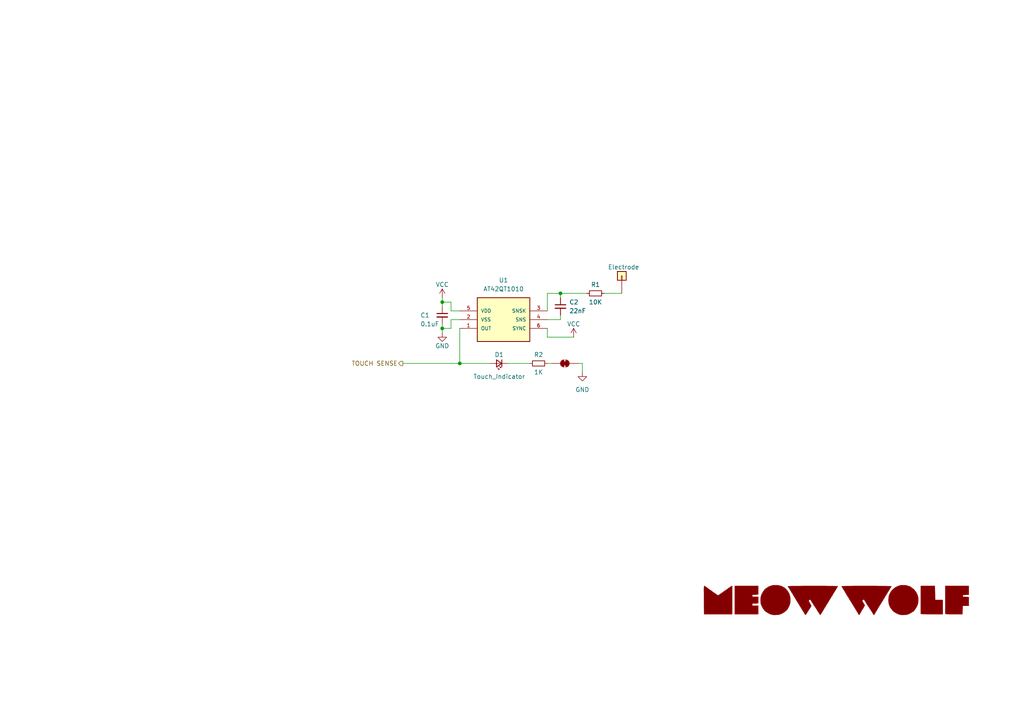
<source format=kicad_sch>
(kicad_sch (version 20230121) (generator eeschema)
  (paper "A4")
  (title_block (title "Touch Sensor") (date "2024-11-16") (rev "v0.1") (company "Meow Wolf") (comment 1 "Daniel Bornhorst"))
  (lib_symbols
    (symbol "0_logo:MeowWolf_Logo_Horizontal" (pin_names (offset 1.016))
      (symbol "MeowWolf_Logo_Horizontal_0_0"
        (polyline (pts (xy 30.861 -0.0254) (xy 28.6512 -0.0254) (xy 28.6258 2.0066) (xy 28.575 4.0386) (xy 24.511 4.0386) (xy 24.511 -3.9878) (xy 24.5364 -4.064) (xy 24.638 -4.0894) (xy 24.892 -4.0894) (xy 25.273 -4.1148) (xy 25.7556 -4.1148) (xy 26.3398 -4.1402) (xy 30.861 -4.1402) (xy 30.861 -0.0254)) (stroke (width 0.0254)) (fill (type outline)))
        (polyline (pts (xy 36.6014 -2.921) (xy 36.6268 -1.7272) (xy 38.4048 -1.7272) (xy 38.4048 0.8128) (xy 37.5412 0.8636) (xy 36.703 0.889) (xy 36.703 1.397) (xy 37.5412 1.4478) (xy 38.4048 1.4986) (xy 38.4048 4.0386) (xy 31.623 4.0386) (xy 31.623 -3.9878) (xy 31.6484 -4.064) (xy 31.7754 -4.0894) (xy 32.0548 -4.1148) (xy 32.4358 -4.1148) (xy 32.9184 -4.1402) (xy 36.576 -4.1402) (xy 36.6014 -2.921)) (stroke (width 0.0254)) (fill (type outline)))
        (polyline (pts (xy -22.6568 -1.6764) (xy -24.3586 -1.6764) (xy -24.3586 -1.3716) (xy -24.3332 -1.0414) (xy -23.0886 -1.0414) (xy -22.86 -1.016) (xy -22.733 -0.9906) (xy -22.7076 -0.9398) (xy -22.6822 -0.7366) (xy -22.6568 -0.4318) (xy -22.6568 0.889) (xy -24.3586 0.889) (xy -24.3586 1.1938) (xy -24.3332 1.4986) (xy -23.495 1.524) (xy -22.6568 1.5748) (xy -22.6568 4.0386) (xy -29.4386 4.0386) (xy -29.4386 -4.1402) (xy -22.6568 -4.1402) (xy -22.6568 -1.6764)) (stroke (width 0.0254)) (fill (type outline)))
        (polyline (pts (xy -30.226 4.064) (xy -30.48 3.937) (xy -31.0896 3.5306) (xy -31.3436 3.3528) (xy -31.5214 3.2004) (xy -31.5722 3.1242) (xy -31.5976 3.0988) (xy -31.6992 3.048) (xy -31.8008 3.0226) (xy -31.9786 2.8956) (xy -32.0802 2.7686) (xy -32.1818 2.7178) (xy -32.258 2.6924) (xy -32.4104 2.5908) (xy -32.6644 2.413) (xy -33.2232 2.0066) (xy -33.3248 1.9304) (xy -33.528 1.8288) (xy -33.655 1.7018) (xy -33.782 1.6002) (xy -33.909 1.524) (xy -33.9852 1.4986) (xy -34.1376 1.397) (xy -34.2392 1.3208) (xy -34.3408 1.3208) (xy -34.5186 1.4224) (xy -34.7218 1.5494) (xy -34.8996 1.6764) (xy -35.0266 1.7526) (xy -35.2044 1.905) (xy -35.3314 1.9812) (xy -35.433 2.0574) (xy -35.56 2.1336) (xy -35.7632 2.2606) (xy -36.0172 2.4638) (xy -36.1188 2.54) (xy -36.3474 2.7178) (xy -36.5506 2.8448) (xy -36.6522 2.8956) (xy -36.8808 3.048) (xy -37.0078 3.175) (xy -37.1602 3.2258) (xy -37.211 3.2512) (xy -37.211 3.3528) (xy -37.2872 3.4036) (xy -37.3888 3.429) (xy -37.5412 3.556) (xy -37.6682 3.683) (xy -37.9222 3.7846) (xy -38.0492 3.9116) (xy -38.1508 3.9878) (xy -38.227 4.064) (xy -38.3032 4.0386) (xy -38.354 3.937) (xy -38.3794 3.7338) (xy -38.3794 3.4036) (xy -38.4048 2.9464) (xy -38.3794 2.3114) (xy -38.3794 -1.778) (xy -38.354 -4.1402) (xy -30.226 -4.1402) (xy -30.226 4.064)) (stroke (width 0.0254)) (fill (type outline)))
        (polyline (pts (xy -17.2974 -4.3434) (xy -16.9418 -4.318) (xy -16.6624 -4.2926) (xy -16.5608 -4.2672) (xy -16.256 -4.1656) (xy -15.9004 -4.0132) (xy -15.5702 -3.8608) (xy -15.3162 -3.7084) (xy -15.1638 -3.5814) (xy -15.0876 -3.5052) (xy -14.8844 -3.4036) (xy -14.7066 -3.2512) (xy -14.1732 -2.7178) (xy -14.1478 -2.667) (xy -14.1478 -2.6416) (xy -14.0716 -2.5146) (xy -13.97 -2.3114) (xy -13.9446 -2.286) (xy -13.7922 -2.032) (xy -13.6652 -1.7526) (xy -13.5636 -1.4986) (xy -13.5128 -1.3462) (xy -13.4874 -1.2192) (xy -13.4112 -1.016) (xy -13.3858 -0.7874) (xy -13.3604 -0.4572) (xy -13.335 -0.0508) (xy -13.335 0.3302) (xy -13.3604 0.635) (xy -13.3858 0.8382) (xy -13.462 1.0414) (xy -13.5128 1.2954) (xy -13.5636 1.524) (xy -13.6398 1.6764) (xy -13.6906 1.7272) (xy -13.6652 1.778) (xy -13.6652 1.8288) (xy -13.8176 2.032) (xy -13.8684 2.1336) (xy -13.9192 2.2606) (xy -14.0462 2.4638) (xy -14.2494 2.7432) (xy -14.478 2.9972) (xy -14.732 3.2512) (xy -14.9606 3.4544) (xy -15.113 3.5814) (xy -15.24 3.6322) (xy -15.4178 3.7338) (xy -15.5702 3.81) (xy -15.9512 4.0132) (xy -16.4338 4.1402) (xy -17.0434 4.2418) (xy -17.526 4.2672) (xy -18.0848 4.2672) (xy -18.5928 4.191) (xy -18.9992 4.064) (xy -19.0246 4.064) (xy -19.2024 3.9878) (xy -19.3294 3.937) (xy -19.431 3.9116) (xy -19.5326 3.8608) (xy -19.5834 3.8608) (xy -19.7358 3.7592) (xy -19.939 3.6322) (xy -20.447 3.2766) (xy -20.6502 3.1242) (xy -20.7772 3.0226) (xy -20.8026 2.9718) (xy -20.8026 2.9464) (xy -20.8788 2.8448) (xy -21.0058 2.667) (xy -21.1328 2.54) (xy -21.2852 2.3114) (xy -21.59 1.7526) (xy -21.717 1.524) (xy -21.7932 1.3462) (xy -21.7932 1.27) (xy -21.9202 0.762) (xy -21.971 0.4064) (xy -21.971 -0.4826) (xy -21.9202 -0.9144) (xy -21.8694 -1.2192) (xy -21.8186 -1.3208) (xy -21.6662 -1.7272) (xy -21.463 -2.1336) (xy -21.2344 -2.54) (xy -20.9804 -2.8956) (xy -20.7264 -3.175) (xy -20.4978 -3.3782) (xy -20.3454 -3.4544) (xy -20.2692 -3.4798) (xy -20.1422 -3.6068) (xy -19.9898 -3.7084) (xy -19.7612 -3.8354) (xy -19.4818 -3.9878) (xy -19.2278 -4.1148) (xy -19.05 -4.1656) (xy -18.9738 -4.191) (xy -18.796 -4.2418) (xy -18.7198 -4.2672) (xy -18.4912 -4.318) (xy -18.415 -4.3434) (xy -18.1102 -4.3688) (xy -17.7038 -4.3688) (xy -17.2974 -4.3434)) (stroke (width 0.0254)) (fill (type outline)))
        (polyline (pts (xy 19.8882 -4.3434) (xy 20.2184 -4.318) (xy 20.447 -4.2926) (xy 20.574 -4.2672) (xy 20.6502 -4.2164) (xy 20.8026 -4.1656) (xy 20.828 -4.1656) (xy 21.0312 -4.0894) (xy 21.2852 -3.9624) (xy 21.5646 -3.8354) (xy 21.7932 -3.683) (xy 21.9202 -3.5814) (xy 21.9964 -3.5052) (xy 22.1234 -3.4544) (xy 22.1996 -3.429) (xy 22.4028 -3.302) (xy 22.6314 -3.048) (xy 22.86 -2.7178) (xy 23.114 -2.3368) (xy 23.3426 -1.9304) (xy 23.5204 -1.524) (xy 23.6474 -1.1684) (xy 23.6982 -0.8636) (xy 23.7236 -0.4826) (xy 23.749 -0.0762) (xy 23.749 0.3048) (xy 23.7236 0.635) (xy 23.6982 0.8382) (xy 23.6474 0.9906) (xy 23.5966 1.2446) (xy 23.5712 1.3208) (xy 23.4442 1.651) (xy 23.241 2.032) (xy 23.0378 2.3876) (xy 22.8092 2.667) (xy 22.6822 2.794) (xy 22.5806 2.921) (xy 22.5552 2.9718) (xy 22.5552 2.9972) (xy 22.4536 3.0988) (xy 22.2504 3.2512) (xy 21.9456 3.4544) (xy 21.59 3.7084) (xy 21.5646 3.7592) (xy 21.336 3.8862) (xy 21.1836 3.937) (xy 21.0058 3.9878) (xy 20.7772 4.064) (xy 20.6502 4.1148) (xy 20.2946 4.191) (xy 19.8628 4.2418) (xy 19.4056 4.2672) (xy 18.9992 4.2672) (xy 18.6436 4.2418) (xy 18.415 4.1656) (xy 18.3642 4.1402) (xy 18.1864 4.1148) (xy 18.1864 4.0894) (xy 18.0086 4.0386) (xy 17.7546 3.937) (xy 17.4244 3.7846) (xy 17.0942 3.6068) (xy 17.0688 3.6068) (xy 16.9164 3.4798) (xy 16.7132 3.302) (xy 16.4592 3.0734) (xy 16.2052 2.8194) (xy 16.002 2.5908) (xy 15.8496 2.413) (xy 15.7734 2.3114) (xy 15.748 2.2098) (xy 15.621 2.032) (xy 15.5194 1.8288) (xy 15.4686 1.7018) (xy 15.4432 1.6256) (xy 15.367 1.4478) (xy 15.3162 1.3716) (xy 15.2654 1.1938) (xy 15.24 1.016) (xy 15.1892 0.762) (xy 15.1384 0.4064) (xy 15.113 -0.0508) (xy 15.1384 -0.508) (xy 15.1892 -0.889) (xy 15.1892 -0.9144) (xy 15.24 -1.1684) (xy 15.2908 -1.3462) (xy 15.3416 -1.4732) (xy 15.3924 -1.6256) (xy 15.4686 -1.8034) (xy 15.494 -1.905) (xy 15.5194 -1.9812) (xy 15.621 -2.159) (xy 15.7988 -2.413) (xy 16.002 -2.6924) (xy 16.2306 -2.9718) (xy 16.4592 -3.2258) (xy 16.637 -3.4036) (xy 16.7894 -3.4798) (xy 16.9418 -3.5814) (xy 16.9672 -3.6322) (xy 17.1958 -3.7592) (xy 17.4752 -3.9116) (xy 17.8054 -4.064) (xy 18.1102 -4.191) (xy 18.3642 -4.2672) (xy 18.3896 -4.2672) (xy 18.6944 -4.3434) (xy 18.7452 -4.3688) (xy 19.5326 -4.3688) (xy 19.8882 -4.3434)) (stroke (width 0.0254)) (fill (type outline)))
        (polyline (pts (xy -4.572 -4.2926) (xy -4.5466 -4.2164) (xy -4.445 -4.0386) (xy -4.191 -3.6576) (xy -4.064 -3.4544) (xy -4.0132 -3.3782) (xy -4.0132 -3.3274) (xy -3.7592 -2.9464) (xy -3.683 -2.794) (xy -3.556 -2.6162) (xy -3.5052 -2.54) (xy -3.5052 -2.4892) (xy -3.4036 -2.3114) (xy -3.2512 -2.1082) (xy -3.1242 -1.905) (xy -2.9464 -1.6002) (xy -2.8194 -1.397) (xy -2.7432 -1.27) (xy -2.6924 -1.1684) (xy -2.5654 -0.9652) (xy -2.413 -0.7366) (xy -2.286 -0.5588) (xy -2.1844 -0.381) (xy -2.159 -0.3302) (xy -2.159 -0.2794) (xy -1.905 0.1016) (xy -1.778 0.3048) (xy -1.6764 0.4572) (xy -1.651 0.5334) (xy -1.651 0.5588) (xy -1.397 0.9398) (xy -1.27 1.143) (xy -1.143 1.3208) (xy -1.016 1.5748) (xy -0.889 1.778) (xy -0.7112 2.0828) (xy -0.635 2.1844) (xy -0.4572 2.4384) (xy -0.3556 2.6416) (xy -0.3048 2.7178) (xy -0.2794 2.7686) (xy -0.1778 2.921) (xy -0.0508 3.1496) (xy 0.0508 3.302) (xy 0.1524 3.4798) (xy 0.1778 3.5814) (xy 0.2032 3.6322) (xy 0.3048 3.7338) (xy 0.3556 3.81) (xy 0.4318 3.937) (xy 0.381 3.9624) (xy 0.2286 3.9624) (xy -0.0254 3.9878) (xy -0.4064 3.9878) (xy -0.9144 4.0132) (xy -2.286 4.0132) (xy -3.2004 4.0386) (xy -9.6774 4.0386) (xy -10.6172 4.0132) (xy -12.827 4.0132) (xy -13.3604 3.9878) (xy -13.97 3.9878) (xy -14.0462 3.9624) (xy -14.0208 3.8862) (xy -13.9192 3.7084) (xy -13.7668 3.4798) (xy -13.6398 3.2766) (xy -13.5382 3.1242) (xy -13.4112 2.8702) (xy -13.2588 2.6416) (xy -13.1318 2.4638) (xy -13.0302 2.286) (xy -13.0048 2.1844) (xy -12.9794 2.1336) (xy -12.8778 2.0066) (xy -12.7508 1.8796) (xy -12.7 1.7526) (xy -12.6746 1.6764) (xy -12.573 1.5494) (xy -12.5222 1.4732) (xy -12.4968 1.3462) (xy -12.4714 1.27) (xy -12.3698 1.2192) (xy -12.2682 1.0414) (xy -12.2428 0.9652) (xy -12.0904 0.7366) (xy -11.9126 0.4572) (xy -11.8364 0.3302) (xy -11.7348 0.1524) (xy -11.6586 0) (xy -11.557 -0.1778) (xy -11.4046 -0.4064) (xy -11.2776 -0.5842) (xy -11.176 -0.762) (xy -11.1506 -0.8636) (xy -11.1252 -0.9144) (xy -11.0236 -1.0414) (xy -10.8966 -1.1684) (xy -10.8458 -1.2954) (xy -10.8204 -1.3716) (xy -10.7188 -1.4986) (xy -10.6426 -1.5748) (xy -10.6426 -1.7018) (xy -10.6172 -1.778) (xy -10.5156 -1.8288) (xy -10.414 -2.0066) (xy -10.3632 -2.0828) (xy -10.2362 -2.3114) (xy -10.0584 -2.5908) (xy -9.9822 -2.7178) (xy -9.8806 -2.8956) (xy -9.8044 -3.048) (xy -9.6774 -3.2258) (xy -9.525 -3.4544) (xy -9.398 -3.6576) (xy -9.2964 -3.8354) (xy -9.2456 -3.9116) (xy -9.2202 -3.9878) (xy -9.1186 -4.1402) (xy -8.9916 -4.3434) (xy -8.763 -4.1402) (xy -8.6106 -3.9878) (xy -8.5852 -3.9116) (xy -8.5852 -3.8862) (xy -8.509 -3.7338) (xy -8.3566 -3.5052) (xy -8.1534 -3.175) (xy -7.9248 -2.8194) (xy -7.6454 -2.413) (xy -7.4422 -2.1082) (xy -7.3406 -1.8796) (xy -7.2898 -1.7018) (xy -7.3152 -1.5748) (xy -7.3914 -1.4224) (xy -7.5184 -1.27) (xy -7.5692 -1.1684) (xy -7.62 -1.0414) (xy -7.6454 -1.016) (xy -7.7216 -0.8636) (xy -7.8486 -0.635) (xy -7.8994 -0.5588) (xy -8.001 -0.381) (xy -8.0518 -0.2794) (xy -8.0264 -0.2286) (xy -7.9502 -0.1016) (xy -7.7978 0.0508) (xy -7.6454 0.1016) (xy -7.5946 0.0762) (xy -7.4676 -0.0508) (xy -7.3152 -0.254) (xy -7.1882 -0.4572) (xy -7.1374 -0.6096) (xy -7.0612 -0.7112) (xy -6.9342 -0.889) (xy -6.9088 -0.9144) (xy -6.7818 -1.0668) (xy -6.5786 -1.4732) (xy -6.4262 -1.7018) (xy -6.2738 -1.905) (xy -6.1468 -2.0574) (xy -6.0706 -2.1336) (xy -6.0452 -2.1844) (xy -6.0452 -2.2352) (xy -5.7912 -2.6162) (xy -5.6642 -2.8194) (xy -5.5626 -2.9718) (xy -5.5626 -3.048) (xy -5.5372 -3.0988) (xy -5.4356 -3.2258) (xy -5.3848 -3.2766) (xy -5.2324 -3.4798) (xy -5.08 -3.7592) (xy -4.8768 -4.064) (xy -4.7498 -4.2418) (xy -4.7498 -4.2672) (xy -4.6482 -4.3434) (xy -4.572 -4.2926)) (stroke (width 0.0254)) (fill (type outline)))
        (polyline (pts (xy 11.049 -4.1656) (xy 11.0744 -4.1402) (xy 11.176 -3.9624) (xy 11.2268 -3.8862) (xy 11.2268 -3.8354) (xy 11.4808 -3.4544) (xy 11.557 -3.302) (xy 11.684 -3.1242) (xy 11.7348 -3.048) (xy 11.7348 -2.9972) (xy 11.8364 -2.8194) (xy 11.9888 -2.6162) (xy 12.065 -2.4638) (xy 12.192 -2.286) (xy 12.2174 -2.1844) (xy 12.2428 -2.159) (xy 12.319 -2.032) (xy 12.446 -1.8288) (xy 12.6238 -1.5494) (xy 12.7 -1.4224) (xy 12.8778 -1.1684) (xy 12.9794 -0.9652) (xy 13.0302 -0.889) (xy 13.0556 -0.8128) (xy 13.1826 -0.635) (xy 13.335 -0.4064) (xy 13.462 -0.2032) (xy 13.5636 -0.0508) (xy 13.589 0) (xy 13.589 0.0508) (xy 13.843 0.4318) (xy 13.97 0.635) (xy 14.0716 0.7874) (xy 14.097 0.8636) (xy 14.097 0.889) (xy 14.1986 1.0414) (xy 14.3256 1.27) (xy 14.4526 1.4224) (xy 14.5796 1.651) (xy 14.6812 1.778) (xy 14.7066 1.8542) (xy 14.8082 2.032) (xy 14.9606 2.286) (xy 15.1892 2.6416) (xy 15.2908 2.794) (xy 15.3924 2.9718) (xy 15.4432 3.048) (xy 15.4686 3.0988) (xy 15.5702 3.2766) (xy 15.6972 3.4798) (xy 15.7988 3.6322) (xy 15.9004 3.8354) (xy 15.9512 3.9624) (xy 15.8242 3.9624) (xy 15.5194 3.9878) (xy 15.0368 3.9878) (xy 14.4018 4.0132) (xy 12.6238 4.0132) (xy 11.5062 4.0386) (xy 5.1562 4.0386) (xy 4.2418 4.0132) (xy 2.8448 4.0132) (xy 2.3622 3.9878) (xy 1.9812 3.9878) (xy 1.7272 3.9624) (xy 1.5748 3.9624) (xy 1.524 3.937) (xy 1.5494 3.8608) (xy 1.651 3.7338) (xy 1.7272 3.6576) (xy 1.778 3.556) (xy 1.778 3.5306) (xy 1.8542 3.3782) (xy 1.9812 3.1496) (xy 2.1844 2.8702) (xy 2.413 2.4892) (xy 2.54 2.3114) (xy 2.5908 2.2098) (xy 2.5908 2.159) (xy 2.6924 2.0066) (xy 2.8194 1.778) (xy 2.921 1.651) (xy 3.0226 1.4732) (xy 3.0734 1.3208) (xy 3.3274 0.9398) (xy 3.4798 0.7366) (xy 3.5814 0.5588) (xy 3.6322 0.4826) (xy 3.7338 0.2794) (xy 3.8608 0.0762) (xy 3.937 -0.0254) (xy 4.0894 -0.3048) (xy 4.2164 -0.508) (xy 4.318 -0.6858) (xy 4.4196 -0.762) (xy 4.445 -0.762) (xy 4.445 -0.889) (xy 4.5212 -1.016) (xy 4.5974 -1.0668) (xy 4.6482 -1.2192) (xy 4.699 -1.3208) (xy 4.826 -1.4732) (xy 4.9276 -1.5748) (xy 4.9784 -1.7272) (xy 5.0546 -1.8796) (xy 5.207 -2.1082) (xy 5.334 -2.3114) (xy 5.461 -2.4892) (xy 5.5118 -2.5654) (xy 5.5118 -2.6162) (xy 5.588 -2.7686) (xy 5.7404 -2.9718) (xy 5.7912 -3.0734) (xy 5.969 -3.3528) (xy 6.096 -3.556) (xy 6.1976 -3.7338) (xy 6.2738 -3.81) (xy 6.2992 -3.81) (xy 6.2992 -3.937) (xy 6.4008 -4.064) (xy 6.4516 -4.1148) (xy 6.5278 -4.2926) (xy 6.5278 -4.3434) (xy 6.5532 -4.3688) (xy 6.6802 -4.2672) (xy 6.8072 -4.1402) (xy 6.858 -4.0386) (xy 6.858 -3.9878) (xy 6.9596 -3.8354) (xy 7.0866 -3.6068) (xy 7.1628 -3.4798) (xy 7.2644 -3.302) (xy 7.2898 -3.2258) (xy 7.3152 -3.175) (xy 7.4168 -2.9972) (xy 7.5692 -2.794) (xy 7.6962 -2.5908) (xy 7.8232 -2.413) (xy 7.874 -2.3114) (xy 7.874 -2.286) (xy 7.9502 -2.159) (xy 8.0772 -1.9304) (xy 8.128 -1.8288) (xy 8.2296 -1.651) (xy 8.2296 -1.5494) (xy 8.1534 -1.4478) (xy 8.1534 -1.397) (xy 8.0518 -1.2192) (xy 7.9248 -1.016) (xy 7.7216 -0.6604) (xy 7.6708 -0.5588) (xy 7.6708 -0.508) (xy 7.493 -0.3302) (xy 7.5184 -0.2286) (xy 7.6708 -0.0508) (xy 7.7216 -0.0254) (xy 7.8486 0.1016) (xy 7.9502 0.127) (xy 8.0518 0.0508) (xy 8.1534 -0.0762) (xy 8.2042 -0.2032) (xy 8.255 -0.3048) (xy 8.382 -0.4572) (xy 8.4836 -0.5588) (xy 8.509 -0.635) (xy 8.509 -0.6604) (xy 8.5598 -0.762) (xy 8.6868 -0.9652) (xy 8.8646 -1.27) (xy 9.0932 -1.6002) (xy 9.144 -1.6764) (xy 9.3726 -2.032) (xy 9.5758 -2.3114) (xy 9.7282 -2.6162) (xy 9.779 -2.6924) (xy 9.906 -2.8194) (xy 10.0076 -2.9464) (xy 10.033 -3.048) (xy 10.0584 -3.1242) (xy 10.16 -3.2512) (xy 10.2616 -3.3528) (xy 10.3378 -3.4544) (xy 10.3632 -3.5306) (xy 10.4648 -3.7338) (xy 10.6172 -3.9624) (xy 10.8966 -4.3942) (xy 11.049 -4.1656)) (stroke (width 0.0254)) (fill (type outline)))
      )
    )
    (symbol "0_sensor:AT42QT1010-TSHR_1" (pin_names (offset 1.016))
      (property "Reference" "U" (at -7.62 6.35 0))
      (property "Value" "AT42QT1010" (at -6.35 3.81 0))
      (symbol "AT42QT1010-TSHR_1_0_0"
        (rectangle (start -7.62 6.35) (end 7.62 -6.35) (stroke (width 0.254)) (fill (type background)))
        (pin output line (at -12.7 -2.54 0) (length 5.08) (name "OUT") (number "1"))
        (pin power_in line (at -12.7 0 0) (length 5.08) (name "VSS") (number "2"))
        (pin bidirectional line (at 12.7 2.54 180) (length 5.08) (name "SNSK") (number "3"))
        (pin bidirectional line (at 12.7 0 180) (length 5.08) (name "SNS") (number "4"))
        (pin power_in line (at -12.7 2.54 0) (length 5.08) (name "VDD") (number "5"))
        (pin input line (at 12.7 -2.54 180) (length 5.08) (name "SYNC") (number "6"))
      )
    )
    (symbol "Connector_Generic:Conn_01x01" (pin_numbers hide) (pin_names (offset 1.016) hide)
      (property "Reference" "J" (at 0 2.54 0))
      (property "Value" "Conn_01x01" (at 0 -2.54 0))
      (symbol "Conn_01x01_1_1"
        (rectangle (start -1.27 0.127) (end 0 -0.127) (stroke (width 0.1524)))
        (rectangle (start -1.27 1.27) (end 1.27 -1.27) (stroke (width 0.254)) (fill (type background)))
        (pin passive line (at -5.08 0 0) (length 3.81) (name "Pin_1") (number "1"))
      )
    )
    (symbol "Device:C_Small" (pin_numbers hide) (pin_names (offset 0.254) hide)
      (property "Reference" "C" (at 0.254 1.778 0))
      (property "Value" "C_Small" (at 0.254 -2.032 0))
      (symbol "C_Small_0_1"
        (polyline (pts (xy -1.524 -0.508) (xy 1.524 -0.508)) (stroke (width 0.3302)))
        (polyline (pts (xy -1.524 0.508) (xy 1.524 0.508)) (stroke (width 0.3048)))
      )
      (symbol "C_Small_1_1"
        (pin passive line (at 0 2.54 270) (length 2.032) (name "~") (number "1"))
        (pin passive line (at 0 -2.54 90) (length 2.032) (name "~") (number "2"))
      )
    )
    (symbol "Device:LED_Small" (pin_numbers hide) (pin_names (offset 0.254) hide)
      (property "Reference" "D" (at -1.27 3.175 0))
      (property "Value" "LED_Small" (at -4.445 -2.54 0))
      (symbol "LED_Small_0_1"
        (polyline (pts (xy -0.762 -1.016) (xy -0.762 1.016)) (stroke (width 0.254)))
        (polyline (pts (xy 1.016 0) (xy -0.762 0)))
        (polyline (pts (xy 0.762 -1.016) (xy -0.762 0) (xy 0.762 1.016) (xy 0.762 -1.016)) (stroke (width 0.254)))
        (polyline (pts (xy 0 0.762) (xy -0.508 1.27) (xy -0.254 1.27) (xy -0.508 1.27) (xy -0.508 1.016)))
        (polyline (pts (xy 0.508 1.27) (xy 0 1.778) (xy 0.254 1.778) (xy 0 1.778) (xy 0 1.524)))
      )
      (symbol "LED_Small_1_1"
        (pin passive line (at -2.54 0 0) (length 1.778) (name "K") (number "1"))
        (pin passive line (at 2.54 0 180) (length 1.778) (name "A") (number "2"))
      )
    )
    (symbol "Device:R_Small" (pin_numbers hide) (pin_names (offset 0.254) hide)
      (property "Reference" "R" (at 0.762 0.508 0))
      (property "Value" "R_Small" (at 0.762 -1.016 0))
      (symbol "R_Small_0_1"
        (rectangle (start -0.762 1.778) (end 0.762 -1.778) (stroke (width 0.2032)))
      )
      (symbol "R_Small_1_1"
        (pin passive line (at 0 2.54 270) (length 0.762) (name "~") (number "1"))
        (pin passive line (at 0 -2.54 90) (length 0.762) (name "~") (number "2"))
      )
    )
    (symbol "Jumper:SolderJumper_2_Bridged" (pin_numbers hide) (pin_names (offset 0) hide)
      (property "Reference" "JP" (at 0 2.032 0))
      (property "Value" "SolderJumper_2_Bridged" (at 0 -2.54 0))
      (symbol "SolderJumper_2_Bridged_0_1"
        (rectangle (start -0.508 0.508) (end 0.508 -0.508) (fill (type outline)))
        (arc (start -0.254 1.016) (mid -1.2656 0) (end -0.254 -1.016))
        (arc (start -0.254 1.016) (mid -1.2656 0) (end -0.254 -1.016) (fill (type outline)))
        (polyline (pts (xy -0.254 1.016) (xy -0.254 -1.016)))
        (polyline (pts (xy 0.254 1.016) (xy 0.254 -1.016)))
        (arc (start 0.254 -1.016) (mid 1.2656 0) (end 0.254 1.016))
        (arc (start 0.254 -1.016) (mid 1.2656 0) (end 0.254 1.016) (fill (type outline)))
      )
      (symbol "SolderJumper_2_Bridged_1_1"
        (pin passive line (at -3.81 0 0) (length 2.54) (name "A") (number "1"))
        (pin passive line (at 3.81 0 180) (length 2.54) (name "B") (number "2"))
      )
    )
    (symbol "power:GND" (power) (pin_names (offset 0))
      (property "Value" "GND" (at 0 -3.81 0))
      (symbol "GND_0_1"
        (polyline (pts (xy 0 0) (xy 0 -1.27) (xy 1.27 -1.27) (xy 0 -2.54) (xy -1.27 -1.27) (xy 0 -1.27)))
      )
      (symbol "GND_1_1"
        (pin power_in line (at 0 0 270) (length 0) hide (name "GND") (number "1"))
      )
    )
    (symbol "power:VCC" (power) (pin_names (offset 0))
      (property "Value" "VCC" (at 0 3.81 0))
      (symbol "VCC_0_1"
        (polyline (pts (xy -0.762 1.27) (xy 0 2.54)))
        (polyline (pts (xy 0 0) (xy 0 2.54)))
        (polyline (pts (xy 0 2.54) (xy 0.762 1.27)))
      )
      (symbol "VCC_1_1"
        (pin power_in line (at 0 0 90) (length 0) hide (name "VCC") (number "1"))
      )
    )
  )
  (junction (at 128.27 95.25))
  (junction (at 133.35 105.41))
  (junction (at 128.27 87.63))
  (junction (at 162.56 85.09))
  (wire (pts (xy 130.81 90.17) (xy 130.81 87.63)))
  (wire (pts (xy 130.81 92.71) (xy 130.81 95.25)))
  (wire (pts (xy 128.27 95.25) (xy 130.81 95.25)))
  (wire (pts (xy 133.35 95.25) (xy 133.35 105.41)))
  (wire (pts (xy 128.27 95.25) (xy 128.27 96.52)))
  (wire (pts (xy 162.56 92.71) (xy 162.56 91.44)))
  (wire (pts (xy 128.27 93.98) (xy 128.27 95.25)))
  (wire (pts (xy 158.75 85.09) (xy 162.56 85.09)))
  (wire (pts (xy 133.35 92.71) (xy 130.81 92.71)))
  (wire (pts (xy 158.75 97.79) (xy 166.37 97.79)))
  (wire (pts (xy 133.35 105.41) (xy 142.24 105.41)))
  (wire (pts (xy 128.27 87.63) (xy 128.27 88.9)))
  (wire (pts (xy 128.27 86.36) (xy 128.27 87.63)))
  (wire (pts (xy 162.56 85.09) (xy 170.18 85.09)))
  (wire (pts (xy 162.56 85.09) (xy 162.56 86.36)))
  (wire (pts (xy 167.64 105.41) (xy 168.91 105.41)))
  (wire (pts (xy 158.75 105.41) (xy 160.02 105.41)))
  (wire (pts (xy 175.26 85.09) (xy 180.34 85.09)))
  (wire (pts (xy 133.35 90.17) (xy 130.81 90.17)))
  (wire (pts (xy 147.32 105.41) (xy 153.67 105.41)))
  (wire (pts (xy 158.75 97.79) (xy 158.75 95.25)))
  (wire (pts (xy 128.27 87.63) (xy 130.81 87.63)))
  (wire (pts (xy 158.75 90.17) (xy 158.75 85.09)))
  (wire (pts (xy 116.84 105.41) (xy 133.35 105.41)))
  (wire (pts (xy 158.75 92.71) (xy 162.56 92.71)))
  (wire (pts (xy 168.91 107.95) (xy 168.91 105.41)))
  (hierarchical_label "TOUCH SENSE" (shape output) (at 116.84 105.41 180))
  (symbol (lib_id "0_sensor:AT42QT1010-TSHR_1") (at 146.05 92.71 0) (unit 1)
    (property "Reference" "U1" (at 146.05 81.28 0))
    (property "Value" "AT42QT1010" (at 146.05 83.82 0))
    (property "Footprint" "0_sensor:AT42QT1010-TSGR_1" (effects hide))
    (property "Datasheet" "https://ww1.microchip.com/downloads/en/DeviceDoc/40001946A.pdf" (effects hide))
    (property "Manufacturer" "MICROCHIP" (effects hide))
    (property "Mfg. P/N" "AT42QT1010-TSHR" (effects hide))
    (property "Digikey Page" "https://www.digikey.com/en/products/detail/microchip-technology/AT42QT1010-TSHR/2268866" (effects hide))
    (property "Digikey P/N" "AT42QT1010-TSHRCT-ND" (effects hide))
    (instances (project "GVH_InteractiveCounter" (path "" (reference "U1") (unit 1)) (path "" (reference "U1") (unit 1)) (path "" (reference "U2") (unit 1)) (path "" (reference "U3") (unit 1)) (path "" (reference "U4") (unit 1)) (path "" (reference "U5") (unit 1)) (path "" (reference "U6") (unit 1)) (path "" (reference "U7") (unit 1)) (path "" (reference "U10") (unit 1))))
  )
  (symbol (lib_id "power:GND") (at 168.91 107.95 0) (unit 1)
    (property "Reference" "#PWR03" (effects hide))
    (property "Value" "GND" (at 168.91 113.03 0))
    (instances (project "GVH_InteractiveCounter" (path "" (reference "#PWR03") (unit 1)) (path "" (reference "#PWR03") (unit 1)) (path "" (reference "#PWR012") (unit 1)) (path "" (reference "#PWR016") (unit 1)) (path "" (reference "#PWR020") (unit 1)) (path "" (reference "#PWR024") (unit 1)) (path "" (reference "#PWR028") (unit 1)) (path "" (reference "#PWR032") (unit 1)) (path "" (reference "#PWR036") (unit 1))) (project "GVH-POR-SpaceSuitScanner" (path "" (reference "#PWR021") (unit 1))))
  )
  (symbol (lib_id "Jumper:SolderJumper_2_Bridged") (at 163.83 105.41 0) (unit 1)
    (property "Reference" "JP1" (effects hide))
    (property "Value" "SolderJumper_2_Bridged" (effects hide))
    (property "Footprint" "Jumper:SolderJumper-2_P1.3mm_Bridged_RoundedPad1.0x1.5mm" (effects hide))
    (instances (project "GVH_InteractiveCounter" (path "" (reference "JP1") (unit 1)) (path "" (reference "JP1") (unit 1)) (path "" (reference "JP2") (unit 1)) (path "" (reference "JP3") (unit 1)) (path "" (reference "JP4") (unit 1)) (path "" (reference "JP5") (unit 1)) (path "" (reference "JP6") (unit 1)) (path "" (reference "JP7") (unit 1)) (path "" (reference "JP8") (unit 1))))
  )
  (symbol (lib_id "power:GND") (at 128.27 96.52 0) (unit 1)
    (property "Reference" "#PWR02" (effects hide))
    (property "Value" "GND" (at 128.27 100.33 0))
    (instances (project "GVH_InteractiveCounter" (path "" (reference "#PWR02") (unit 1)) (path "" (reference "#PWR02") (unit 1)) (path "" (reference "#PWR010") (unit 1)) (path "" (reference "#PWR014") (unit 1)) (path "" (reference "#PWR018") (unit 1)) (path "" (reference "#PWR022") (unit 1)) (path "" (reference "#PWR026") (unit 1)) (path "" (reference "#PWR030") (unit 1)) (path "" (reference "#PWR034") (unit 1))) (project "GVH-POR-SpaceSuitScanner" (path "" (reference "#PWR020") (unit 1))))
  )
  (symbol (lib_id "Device:C_Small") (at 162.56 88.9 0) (unit 1)
    (property "Reference" "C2" (at 165.1 87.6363 0) (effects (justify left)))
    (property "Value" "22nF" (at 165.1 90.1763 0) (effects (justify left)))
    (property "Footprint" "Capacitor_SMD:C_0805_2012Metric_Pad1.18x1.45mm_HandSolder" (effects hide))
    (property "Digikey P/N" "311-1138-1-ND" (effects hide))
    (property "Digikey Page" "https://www.digikey.com/en/products/detail/yageo/CC0805KRX7R9BB223/302872" (effects hide))
    (property "Package" "0805" (effects hide))
    (instances (project "GVH_InteractiveCounter" (path "" (reference "C2") (unit 1)) (path "" (reference "C2") (unit 1)) (path "" (reference "C4") (unit 1)) (path "" (reference "C6") (unit 1)) (path "" (reference "C8") (unit 1)) (path "" (reference "C10") (unit 1)) (path "" (reference "C12") (unit 1)) (path "" (reference "C14") (unit 1)) (path "" (reference "C16") (unit 1))) (project "GVH-POR-SpaceSuitScanner" (path "" (reference "C5") (unit 1))))
  )
  (symbol (lib_id "Device:C_Small") (at 128.27 91.44 0) (unit 1)
    (property "Reference" "C1" (at 121.92 91.44 0) (effects (justify left)))
    (property "Value" "0.1uF" (at 121.92 93.98 0) (effects (justify left)))
    (property "Footprint" "Capacitor_SMD:C_0805_2012Metric_Pad1.18x1.45mm_HandSolder" (effects hide))
    (property "Digikey P/N" "311-1140-1-ND" (effects hide))
    (property "Digikey Page" "https://www.digikey.com/en/products/detail/yageo/CC0805KRX7R9BB104/302874" (effects hide))
    (property "Package" "0805" (effects hide))
    (instances (project "GVH_InteractiveCounter" (path "" (reference "C1") (unit 1)) (path "" (reference "C1") (unit 1)) (path "" (reference "C3") (unit 1)) (path "" (reference "C5") (unit 1)) (path "" (reference "C7") (unit 1)) (path "" (reference "C9") (unit 1)) (path "" (reference "C11") (unit 1)) (path "" (reference "C13") (unit 1)) (path "" (reference "C15") (unit 1))) (project "GVH-POR-SpaceSuitScanner" (path "" (reference "C6") (unit 1))))
  )
  (symbol (lib_id "power:VCC") (at 128.27 86.36 0) (unit 1)
    (property "Reference" "#PWR01" (effects hide))
    (property "Value" "VCC" (at 128.27 82.55 0))
    (instances (project "GVH_InteractiveCounter" (path "" (reference "#PWR01") (unit 1)) (path "" (reference "#PWR01") (unit 1)) (path "" (reference "#PWR09") (unit 1)) (path "" (reference "#PWR013") (unit 1)) (path "" (reference "#PWR017") (unit 1)) (path "" (reference "#PWR021") (unit 1)) (path "" (reference "#PWR025") (unit 1)) (path "" (reference "#PWR029") (unit 1)) (path "" (reference "#PWR033") (unit 1))) (project "GVH-POR-SpaceSuitScanner" (path "" (reference "#PWR019") (unit 1))))
  )
  (symbol (lib_id "Connector_Generic:Conn_01x01") (at 180.34 80.01 90) (unit 1)
    (property "Reference" "J4" (effects hide))
    (property "Value" "Electrode" (at 185.42 77.47 90) (effects (justify left)))
    (property "Footprint" "Connector_Pin:Pin_D1.3mm_L11.0mm_LooseFit" (effects hide))
    (instances (project "GVH_InteractiveCounter" (path "" (reference "J4") (unit 1)) (path "" (reference "J4") (unit 1)) (path "" (reference "J5") (unit 1)) (path "" (reference "J6") (unit 1)) (path "" (reference "J7") (unit 1)) (path "" (reference "J8") (unit 1)) (path "" (reference "J9") (unit 1)) (path "" (reference "J10") (unit 1)) (path "" (reference "J11") (unit 1))))
  )
  (symbol (lib_id "Device:R_Small") (at 172.72 85.09 270) (mirror x) (unit 1)
    (property "Reference" "R1" (at 172.72 82.55 90))
    (property "Value" "10K" (at 172.72 87.63 90))
    (property "Footprint" "Resistor_SMD:R_0805_2012Metric_Pad1.20x1.40mm_HandSolder" (effects hide))
    (property "Digikey P/N" "311-10.0KCRCT-ND" (effects hide))
    (property "Digikey Page" "https://www.digikey.com/en/products/detail/yageo/RC0805FR-0710KL/727535" (effects hide))
    (property "Package" "0805" (effects hide))
    (instances (project "GVH_InteractiveCounter" (path "" (reference "R1") (unit 1)) (path "" (reference "R2") (unit 1)) (path "" (reference "R4") (unit 1)) (path "" (reference "R6") (unit 1)) (path "" (reference "R8") (unit 1)) (path "" (reference "R10") (unit 1)) (path "" (reference "R12") (unit 1)) (path "" (reference "R14") (unit 1)) (path "" (reference "R16") (unit 1))) (project "GVH-POR-SpaceSuitScanner" (path "" (reference "R3") (unit 1))))
  )
  (symbol (lib_id "Device:R_Small") (at 156.21 105.41 270) (unit 1)
    (property "Reference" "R2" (at 156.21 102.87 90))
    (property "Value" "1K" (at 156.21 107.95 90))
    (property "Footprint" "Resistor_SMD:R_0805_2012Metric_Pad1.20x1.40mm_HandSolder" (effects hide))
    (property "Digikey P/N" "311-1.00KCRCT-ND" (effects hide))
    (property "Digikey Page" "https://www.digikey.com/en/products/detail/yageo/RC0805FR-071KL/727444" (effects hide))
    (property "Package" "0805" (effects hide))
    (instances (project "GVH_InteractiveCounter" (path "" (reference "R2") (unit 1)) (path "" (reference "R1") (unit 1)) (path "" (reference "R3") (unit 1)) (path "" (reference "R5") (unit 1)) (path "" (reference "R7") (unit 1)) (path "" (reference "R9") (unit 1)) (path "" (reference "R11") (unit 1)) (path "" (reference "R13") (unit 1)) (path "" (reference "R15") (unit 1))) (project "GVH-POR-SpaceSuitScanner" (path "" (reference "R4") (unit 1))))
  )
  (symbol (lib_id "Device:LED_Small") (at 144.78 105.41 180) (unit 1)
    (property "Reference" "D1" (at 144.78 102.87 0))
    (property "Value" "Touch_Indicator" (at 144.78 109.22 0))
    (property "Footprint" "LED_SMD:LED_0805_2012Metric_Pad1.15x1.40mm_HandSolder" (effects hide))
    (property "Package" "0805" (effects hide))
    (property "Digikey P/N" "160-1423-1-ND" (effects hide))
    (property "Digikey Page" "https://www.digikey.com/en/products/detail/liteon/LTST-C171GKT/386793" (effects hide))
    (instances (project "GVH_InteractiveCounter" (path "" (reference "D1") (unit 1)) (path "" (reference "D1") (unit 1)) (path "" (reference "D2") (unit 1)) (path "" (reference "D3") (unit 1)) (path "" (reference "D4") (unit 1)) (path "" (reference "D5") (unit 1)) (path "" (reference "D6") (unit 1)) (path "" (reference "D7") (unit 1)) (path "" (reference "D8") (unit 1))) (project "GVH-POR-SpaceSuitScanner" (path "" (reference "D1") (unit 1))))
  )
  (symbol (lib_id "power:VCC") (at 166.37 97.79 0) (unit 1)
    (property "Reference" "#PWR05" (effects hide))
    (property "Value" "VCC" (at 166.37 93.98 0))
    (instances (project "GVH_InteractiveCounter" (path "" (reference "#PWR05") (unit 1)) (path "" (reference "#PWR04") (unit 1)) (path "" (reference "#PWR011") (unit 1)) (path "" (reference "#PWR015") (unit 1)) (path "" (reference "#PWR019") (unit 1)) (path "" (reference "#PWR023") (unit 1)) (path "" (reference "#PWR027") (unit 1)) (path "" (reference "#PWR031") (unit 1)) (path "" (reference "#PWR035") (unit 1))) (project "GVH-POR-SpaceSuitScanner" (path "" (reference "#PWR019") (unit 1))))
  )
  (symbol (lib_id "0_logo:MeowWolf_Logo_Horizontal") (at 242.57 173.99 0) (unit 1) (in_bom no) (on_board no)
    (property "Reference" "LOGO1" (effects hide))
    (property "Value" "MeowWolf_Logo_Horizontal" (effects hide))
    (instances (project "GVH_InteractiveCounter" (path "" (reference "LOGO1") (unit 1)) (path "" (reference "LOGO2") (unit 1)) (path "" (reference "LOGO3") (unit 1)) (path "" (reference "LOGO4") (unit 1)) (path "" (reference "LOGO5") (unit 1)) (path "" (reference "LOGO6") (unit 1)) (path "" (reference "LOGO7") (unit 1)) (path "" (reference "LOGO8") (unit 1)) (path "" (reference "LOGO9") (unit 1))))
  )
)
</source>
